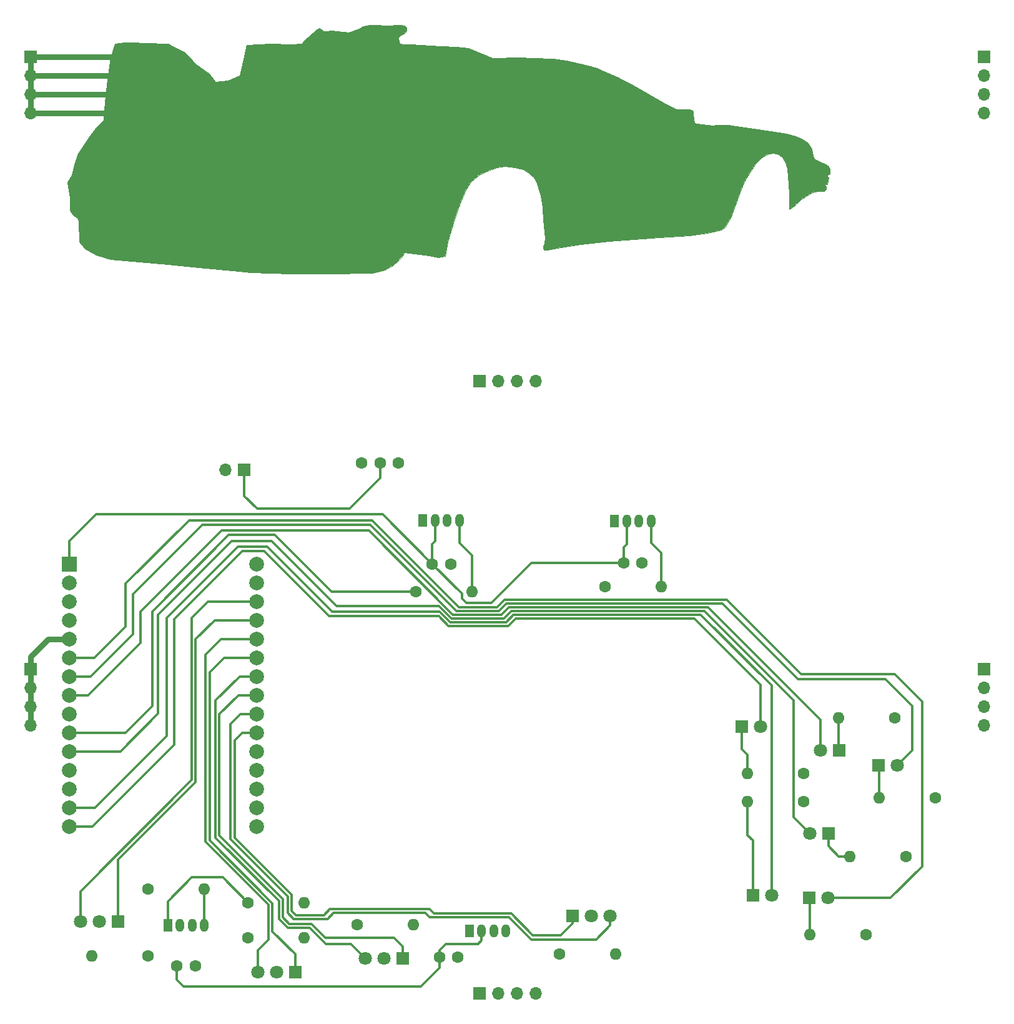
<source format=gtl>
G04 #@! TF.GenerationSoftware,KiCad,Pcbnew,(6.0.11)*
G04 #@! TF.CreationDate,2023-06-05T19:46:25-05:00*
G04 #@! TF.ProjectId,future_badge,66757475-7265-45f6-9261-6467652e6b69,1*
G04 #@! TF.SameCoordinates,Original*
G04 #@! TF.FileFunction,Copper,L1,Top*
G04 #@! TF.FilePolarity,Positive*
%FSLAX46Y46*%
G04 Gerber Fmt 4.6, Leading zero omitted, Abs format (unit mm)*
G04 Created by KiCad (PCBNEW (6.0.11)) date 2023-06-05 19:46:25*
%MOMM*%
%LPD*%
G01*
G04 APERTURE LIST*
G04 #@! TA.AperFunction,EtchedComponent*
%ADD10C,0.120000*%
G04 #@! TD*
G04 #@! TA.AperFunction,ComponentPad*
%ADD11C,1.600000*%
G04 #@! TD*
G04 #@! TA.AperFunction,ComponentPad*
%ADD12R,1.800000X1.800000*%
G04 #@! TD*
G04 #@! TA.AperFunction,ComponentPad*
%ADD13C,1.800000*%
G04 #@! TD*
G04 #@! TA.AperFunction,ComponentPad*
%ADD14R,1.700000X1.700000*%
G04 #@! TD*
G04 #@! TA.AperFunction,ComponentPad*
%ADD15O,1.700000X1.700000*%
G04 #@! TD*
G04 #@! TA.AperFunction,ComponentPad*
%ADD16O,1.600000X1.600000*%
G04 #@! TD*
G04 #@! TA.AperFunction,ComponentPad*
%ADD17R,1.200000X1.800000*%
G04 #@! TD*
G04 #@! TA.AperFunction,ComponentPad*
%ADD18O,1.200000X1.800000*%
G04 #@! TD*
G04 #@! TA.AperFunction,ComponentPad*
%ADD19R,2.000000X2.000000*%
G04 #@! TD*
G04 #@! TA.AperFunction,ComponentPad*
%ADD20C,2.000000*%
G04 #@! TD*
G04 #@! TA.AperFunction,Conductor*
%ADD21C,0.750000*%
G04 #@! TD*
G04 #@! TA.AperFunction,Conductor*
%ADD22C,0.300000*%
G04 #@! TD*
G04 APERTURE END LIST*
G36*
X71692000Y-45746000D02*
G01*
X73622000Y-45696000D01*
X74272000Y-45796000D01*
X74472000Y-46026000D01*
X74452000Y-46446000D01*
X74262000Y-46796000D01*
X73712000Y-47066000D01*
X73392000Y-47376000D01*
X73442000Y-47936000D01*
X73662000Y-48236000D01*
X73972000Y-48306000D01*
X75122000Y-48336000D01*
X79182000Y-48556000D01*
X81302000Y-48686000D01*
X82862000Y-48816000D01*
X84282000Y-49366000D01*
X86172000Y-50166000D01*
X87262000Y-50136000D01*
X88772000Y-50086000D01*
X89742000Y-50086000D01*
X91682000Y-50136000D01*
X94362000Y-50296000D01*
X96192000Y-50526000D01*
X98802000Y-51116000D01*
X100302000Y-51556000D01*
X100862000Y-51776000D01*
X102452000Y-52436000D01*
X103002000Y-52726000D01*
X105332000Y-53936000D01*
X109142000Y-56086000D01*
X111032000Y-57136000D01*
X112792000Y-57106000D01*
X113192000Y-57196000D01*
X113332000Y-57396000D01*
X113392000Y-57776000D01*
X113432000Y-58356000D01*
X113522000Y-58976000D01*
X114482000Y-59156000D01*
X115512000Y-59266000D01*
X115932000Y-59276000D01*
X116662000Y-59266000D01*
X117532000Y-59236000D01*
X118092000Y-59246000D01*
X118582000Y-59276000D01*
X122162000Y-59836000D01*
X126042000Y-60436000D01*
X127222000Y-60746000D01*
X128092000Y-61086000D01*
X128822000Y-61586000D01*
X129262000Y-62186000D01*
X129412000Y-62556000D01*
X129522000Y-62986000D01*
X129592000Y-63416000D01*
X129812000Y-63796000D01*
X130342000Y-64156000D01*
X130992000Y-64406000D01*
X131492000Y-64646000D01*
X131712000Y-64826000D01*
X131882000Y-65266000D01*
X131922000Y-65736000D01*
X131832000Y-65876000D01*
X131752000Y-65916000D01*
X131532000Y-65986000D01*
X131592000Y-66186000D01*
X131702000Y-66346000D01*
X131532000Y-67246000D01*
X131412000Y-67246000D01*
X131192000Y-67306000D01*
X131192000Y-67406000D01*
X131322000Y-67476000D01*
X131422000Y-67586000D01*
X131352000Y-67956000D01*
X131252000Y-68156000D01*
X131022000Y-68196000D01*
X130252000Y-68206000D01*
X129562000Y-68376000D01*
X128652000Y-68866000D01*
X128022000Y-69316000D01*
X127442000Y-69916000D01*
X126812000Y-70416000D01*
X126422000Y-70636000D01*
X126402000Y-69936000D01*
X126362000Y-68446000D01*
X126262000Y-66146000D01*
X126152000Y-65126000D01*
X125902000Y-64306000D01*
X125482000Y-63656000D01*
X124972000Y-63226000D01*
X124292000Y-63076000D01*
X123572000Y-63126000D01*
X122632000Y-63626000D01*
X121782000Y-64496000D01*
X120502000Y-66606000D01*
X119952000Y-67696000D01*
X119312000Y-69596000D01*
X118462000Y-71806000D01*
X117642000Y-73096000D01*
X117142000Y-73436000D01*
X115272000Y-73886000D01*
X112872000Y-74196000D01*
X108812000Y-74486000D01*
X101912000Y-74946000D01*
X98112000Y-75406000D01*
X94902000Y-75926000D01*
X93602000Y-76136000D01*
X93102000Y-76136000D01*
X93042000Y-75886000D01*
X93072000Y-75656000D01*
X93212000Y-75296000D01*
X93272000Y-74566000D01*
X93052000Y-72086000D01*
X92912000Y-70426000D01*
X92712000Y-68766000D01*
X92072000Y-66916000D01*
X91752000Y-66316000D01*
X91072000Y-65736000D01*
X90292000Y-65256000D01*
X89152000Y-65006000D01*
X87852000Y-64846000D01*
X86802000Y-64966000D01*
X85592000Y-65406000D01*
X84342000Y-66026000D01*
X83242000Y-66956000D01*
X82572000Y-68016000D01*
X81742000Y-69836000D01*
X81522000Y-70526000D01*
X80862000Y-72546000D01*
X80112000Y-75036000D01*
X79722000Y-77036000D01*
X78852000Y-77146000D01*
X77502000Y-76916000D01*
X74202000Y-76516000D01*
X73802000Y-77156000D01*
X72652000Y-78266000D01*
X71532000Y-78856000D01*
X69842000Y-79336000D01*
X63802000Y-79376000D01*
X58822000Y-79356000D01*
X53322000Y-79206000D01*
X51842000Y-79056000D01*
X47212000Y-78596000D01*
X42122000Y-78096000D01*
X34372000Y-77406000D01*
X32372000Y-76876000D01*
X30872000Y-75966000D01*
X30102000Y-75096000D01*
X30082000Y-72196000D01*
X29842000Y-71806000D01*
X29242000Y-71386000D01*
X28852000Y-70816000D01*
X28822000Y-69076000D01*
X28522000Y-67056000D01*
X29072000Y-65966000D01*
X29412000Y-64606000D01*
X29932000Y-63116000D01*
X31442000Y-60876000D01*
X32462000Y-59456000D01*
X33462000Y-58566000D01*
X33582000Y-56086000D01*
X33912000Y-53156000D01*
X34372000Y-50156000D01*
X34952000Y-48246000D01*
X36342000Y-48046000D01*
X37372000Y-48056000D01*
X39112000Y-48096000D01*
X42132000Y-48246000D01*
X44412000Y-49416000D01*
X45942000Y-50996000D01*
X47732000Y-52326000D01*
X48562000Y-53376000D01*
X49322000Y-53266000D01*
X50312000Y-53176000D01*
X51912000Y-52556000D01*
X52372000Y-50346000D01*
X52782000Y-48366000D01*
X56122000Y-48216000D01*
X58782000Y-48316000D01*
X60372000Y-48246000D01*
X60502000Y-47886000D01*
X62362000Y-46256000D01*
X62692000Y-46106000D01*
X63242000Y-46556000D01*
X63632000Y-46546000D01*
X64352000Y-46446000D01*
X66742000Y-46676000D01*
X68092000Y-46216000D01*
X68672000Y-45856000D01*
X69512000Y-45706000D01*
X70482000Y-45656000D01*
X71692000Y-45746000D01*
G37*
D10*
X71692000Y-45746000D02*
X73622000Y-45696000D01*
X74272000Y-45796000D01*
X74472000Y-46026000D01*
X74452000Y-46446000D01*
X74262000Y-46796000D01*
X73712000Y-47066000D01*
X73392000Y-47376000D01*
X73442000Y-47936000D01*
X73662000Y-48236000D01*
X73972000Y-48306000D01*
X75122000Y-48336000D01*
X79182000Y-48556000D01*
X81302000Y-48686000D01*
X82862000Y-48816000D01*
X84282000Y-49366000D01*
X86172000Y-50166000D01*
X87262000Y-50136000D01*
X88772000Y-50086000D01*
X89742000Y-50086000D01*
X91682000Y-50136000D01*
X94362000Y-50296000D01*
X96192000Y-50526000D01*
X98802000Y-51116000D01*
X100302000Y-51556000D01*
X100862000Y-51776000D01*
X102452000Y-52436000D01*
X103002000Y-52726000D01*
X105332000Y-53936000D01*
X109142000Y-56086000D01*
X111032000Y-57136000D01*
X112792000Y-57106000D01*
X113192000Y-57196000D01*
X113332000Y-57396000D01*
X113392000Y-57776000D01*
X113432000Y-58356000D01*
X113522000Y-58976000D01*
X114482000Y-59156000D01*
X115512000Y-59266000D01*
X115932000Y-59276000D01*
X116662000Y-59266000D01*
X117532000Y-59236000D01*
X118092000Y-59246000D01*
X118582000Y-59276000D01*
X122162000Y-59836000D01*
X126042000Y-60436000D01*
X127222000Y-60746000D01*
X128092000Y-61086000D01*
X128822000Y-61586000D01*
X129262000Y-62186000D01*
X129412000Y-62556000D01*
X129522000Y-62986000D01*
X129592000Y-63416000D01*
X129812000Y-63796000D01*
X130342000Y-64156000D01*
X130992000Y-64406000D01*
X131492000Y-64646000D01*
X131712000Y-64826000D01*
X131882000Y-65266000D01*
X131922000Y-65736000D01*
X131832000Y-65876000D01*
X131752000Y-65916000D01*
X131532000Y-65986000D01*
X131592000Y-66186000D01*
X131702000Y-66346000D01*
X131532000Y-67246000D01*
X131412000Y-67246000D01*
X131192000Y-67306000D01*
X131192000Y-67406000D01*
X131322000Y-67476000D01*
X131422000Y-67586000D01*
X131352000Y-67956000D01*
X131252000Y-68156000D01*
X131022000Y-68196000D01*
X130252000Y-68206000D01*
X129562000Y-68376000D01*
X128652000Y-68866000D01*
X128022000Y-69316000D01*
X127442000Y-69916000D01*
X126812000Y-70416000D01*
X126422000Y-70636000D01*
X126402000Y-69936000D01*
X126362000Y-68446000D01*
X126262000Y-66146000D01*
X126152000Y-65126000D01*
X125902000Y-64306000D01*
X125482000Y-63656000D01*
X124972000Y-63226000D01*
X124292000Y-63076000D01*
X123572000Y-63126000D01*
X122632000Y-63626000D01*
X121782000Y-64496000D01*
X120502000Y-66606000D01*
X119952000Y-67696000D01*
X119312000Y-69596000D01*
X118462000Y-71806000D01*
X117642000Y-73096000D01*
X117142000Y-73436000D01*
X115272000Y-73886000D01*
X112872000Y-74196000D01*
X108812000Y-74486000D01*
X101912000Y-74946000D01*
X98112000Y-75406000D01*
X94902000Y-75926000D01*
X93602000Y-76136000D01*
X93102000Y-76136000D01*
X93042000Y-75886000D01*
X93072000Y-75656000D01*
X93212000Y-75296000D01*
X93272000Y-74566000D01*
X93052000Y-72086000D01*
X92912000Y-70426000D01*
X92712000Y-68766000D01*
X92072000Y-66916000D01*
X91752000Y-66316000D01*
X91072000Y-65736000D01*
X90292000Y-65256000D01*
X89152000Y-65006000D01*
X87852000Y-64846000D01*
X86802000Y-64966000D01*
X85592000Y-65406000D01*
X84342000Y-66026000D01*
X83242000Y-66956000D01*
X82572000Y-68016000D01*
X81742000Y-69836000D01*
X81522000Y-70526000D01*
X80862000Y-72546000D01*
X80112000Y-75036000D01*
X79722000Y-77036000D01*
X78852000Y-77146000D01*
X77502000Y-76916000D01*
X74202000Y-76516000D01*
X73802000Y-77156000D01*
X72652000Y-78266000D01*
X71532000Y-78856000D01*
X69842000Y-79336000D01*
X63802000Y-79376000D01*
X58822000Y-79356000D01*
X53322000Y-79206000D01*
X51842000Y-79056000D01*
X47212000Y-78596000D01*
X42122000Y-78096000D01*
X34372000Y-77406000D01*
X32372000Y-76876000D01*
X30872000Y-75966000D01*
X30102000Y-75096000D01*
X30082000Y-72196000D01*
X29842000Y-71806000D01*
X29242000Y-71386000D01*
X28852000Y-70816000D01*
X28822000Y-69076000D01*
X28522000Y-67056000D01*
X29072000Y-65966000D01*
X29412000Y-64606000D01*
X29932000Y-63116000D01*
X31442000Y-60876000D01*
X32462000Y-59456000D01*
X33462000Y-58566000D01*
X33582000Y-56086000D01*
X33912000Y-53156000D01*
X34372000Y-50156000D01*
X34952000Y-48246000D01*
X36342000Y-48046000D01*
X37372000Y-48056000D01*
X39112000Y-48096000D01*
X42132000Y-48246000D01*
X44412000Y-49416000D01*
X45942000Y-50996000D01*
X47732000Y-52326000D01*
X48562000Y-53376000D01*
X49322000Y-53266000D01*
X50312000Y-53176000D01*
X51912000Y-52556000D01*
X52372000Y-50346000D01*
X52782000Y-48366000D01*
X56122000Y-48216000D01*
X58782000Y-48316000D01*
X60372000Y-48246000D01*
X60502000Y-47886000D01*
X62362000Y-46256000D01*
X62692000Y-46106000D01*
X63242000Y-46556000D01*
X63632000Y-46546000D01*
X64352000Y-46446000D01*
X66742000Y-46676000D01*
X68092000Y-46216000D01*
X68672000Y-45856000D01*
X69512000Y-45706000D01*
X70482000Y-45656000D01*
X71692000Y-45746000D01*
D11*
X43350000Y-173200000D03*
X45850000Y-173200000D03*
D12*
X131690000Y-155200000D03*
D13*
X129150000Y-155200000D03*
D14*
X84360000Y-176910000D03*
D15*
X86900000Y-176910000D03*
X89440000Y-176910000D03*
X91980000Y-176910000D03*
D11*
X39400000Y-162800000D03*
D16*
X47020000Y-162800000D03*
D14*
X152800000Y-133000000D03*
D15*
X152800000Y-135540000D03*
X152800000Y-138080000D03*
X152800000Y-140620000D03*
D11*
X78000000Y-118750000D03*
X80500000Y-118750000D03*
D14*
X52500000Y-106000000D03*
D15*
X49960000Y-106000000D03*
D12*
X74000000Y-172200000D03*
D13*
X71460000Y-172200000D03*
X68920000Y-172200000D03*
D11*
X136775000Y-168950000D03*
D16*
X129155000Y-168950000D03*
D12*
X121455000Y-163600000D03*
D13*
X123995000Y-163600000D03*
D11*
X128375000Y-147150000D03*
D16*
X120755000Y-147150000D03*
D11*
X95200000Y-171600000D03*
D16*
X102820000Y-171600000D03*
D11*
X128375000Y-150900000D03*
D16*
X120755000Y-150900000D03*
D11*
X39425000Y-171800000D03*
D16*
X31805000Y-171800000D03*
D11*
X140725000Y-139550000D03*
D16*
X133105000Y-139550000D03*
D11*
X52975000Y-169400000D03*
D16*
X60595000Y-169400000D03*
D11*
X67775000Y-167600000D03*
D16*
X75395000Y-167600000D03*
D17*
X83010000Y-168490000D03*
D18*
X84660000Y-168490000D03*
X86310000Y-168490000D03*
X87960000Y-168490000D03*
D11*
X75750000Y-122500000D03*
D16*
X83370000Y-122500000D03*
D11*
X52975000Y-164600000D03*
D16*
X60595000Y-164600000D03*
D17*
X42145000Y-167700000D03*
D18*
X43795000Y-167700000D03*
X45445000Y-167700000D03*
X47095000Y-167700000D03*
D12*
X35400000Y-167200000D03*
D13*
X32860000Y-167200000D03*
X30320000Y-167200000D03*
D19*
X28802500Y-118712500D03*
D20*
X28802500Y-121252500D03*
X28802500Y-123792500D03*
X28802500Y-126332500D03*
X28802500Y-128872500D03*
X28802500Y-131412500D03*
X28802500Y-133952500D03*
X28802500Y-136492500D03*
X28802500Y-139032500D03*
X28802500Y-141572500D03*
X28802500Y-144112500D03*
X28802500Y-146652500D03*
X28802500Y-149192500D03*
X28802500Y-151732500D03*
X28802500Y-154272500D03*
X54202500Y-154272500D03*
X54202500Y-151732500D03*
X54202500Y-149192500D03*
X54202500Y-146652500D03*
X54202500Y-144112500D03*
X54202500Y-141572500D03*
X54202500Y-139032500D03*
X54202500Y-136492500D03*
X54202500Y-133952500D03*
X54202500Y-131412500D03*
X54202500Y-128872500D03*
X54202500Y-126332500D03*
X54202500Y-123792500D03*
X54202500Y-121252500D03*
X54202500Y-118712500D03*
D11*
X78950000Y-172000000D03*
X81450000Y-172000000D03*
X101400000Y-121800000D03*
D16*
X109020000Y-121800000D03*
D12*
X138525000Y-146000000D03*
D13*
X141065000Y-146000000D03*
D12*
X59400000Y-174000000D03*
D13*
X56860000Y-174000000D03*
X54320000Y-174000000D03*
D12*
X129125000Y-164000000D03*
D13*
X131665000Y-164000000D03*
D12*
X119925000Y-140800000D03*
D13*
X122465000Y-140800000D03*
D14*
X23500000Y-133000000D03*
D15*
X23500000Y-135540000D03*
X23500000Y-138080000D03*
X23500000Y-140620000D03*
D11*
X142225000Y-158350000D03*
D16*
X134605000Y-158350000D03*
D12*
X97000000Y-166400000D03*
D13*
X99540000Y-166400000D03*
X102080000Y-166400000D03*
D11*
X68400000Y-105000000D03*
X70900000Y-105000000D03*
X73400000Y-105000000D03*
X103950000Y-118600000D03*
X106450000Y-118600000D03*
D14*
X152800000Y-50000000D03*
D15*
X152800000Y-52540000D03*
X152800000Y-55080000D03*
X152800000Y-57620000D03*
D11*
X146175000Y-150400000D03*
D16*
X138555000Y-150400000D03*
D17*
X76715000Y-112800000D03*
D18*
X78365000Y-112800000D03*
X80015000Y-112800000D03*
X81665000Y-112800000D03*
D12*
X133135000Y-144000000D03*
D13*
X130595000Y-144000000D03*
D17*
X102720000Y-112900080D03*
D18*
X104370000Y-112900080D03*
X106020000Y-112900080D03*
X107670000Y-112900080D03*
D14*
X84360000Y-93910000D03*
D15*
X86900000Y-93910000D03*
X89440000Y-93910000D03*
X91980000Y-93910000D03*
D14*
X23500000Y-50000000D03*
D15*
X23500000Y-52540000D03*
X23500000Y-55080000D03*
X23500000Y-57620000D03*
D21*
X23500000Y-50000000D02*
X23500000Y-52540000D01*
X23500000Y-50000000D02*
X34750000Y-50000000D01*
X23500000Y-55080000D02*
X23500000Y-57620000D01*
X23500000Y-52540000D02*
X23500000Y-55080000D01*
X23500000Y-57620000D02*
X33620000Y-57620000D01*
X23500000Y-52540000D02*
X34210000Y-52540000D01*
X23500000Y-55080000D02*
X34080000Y-55080000D01*
D22*
X54250000Y-111250000D02*
X66750000Y-111250000D01*
X52500000Y-109500000D02*
X54250000Y-111250000D01*
X52500000Y-106000000D02*
X52500000Y-109500000D01*
X70900000Y-107100000D02*
X70900000Y-105000000D01*
X66750000Y-111250000D02*
X70900000Y-107100000D01*
X133105000Y-143970000D02*
X133135000Y-144000000D01*
X133105000Y-139550000D02*
X133105000Y-143970000D01*
X133100000Y-158350000D02*
X131690000Y-156940000D01*
X131690000Y-156940000D02*
X131690000Y-155200000D01*
X134605000Y-158350000D02*
X133100000Y-158350000D01*
X120755000Y-155505000D02*
X121455000Y-156205000D01*
X121455000Y-156205000D02*
X121455000Y-163600000D01*
X120755000Y-150900000D02*
X120755000Y-155505000D01*
X120755000Y-144605000D02*
X119925000Y-143775000D01*
X119925000Y-143775000D02*
X119925000Y-140800000D01*
X120755000Y-147150000D02*
X120755000Y-144605000D01*
X138555000Y-146030000D02*
X138525000Y-146000000D01*
X138555000Y-150400000D02*
X138555000Y-146030000D01*
X129155000Y-164030000D02*
X129125000Y-164000000D01*
X129155000Y-168950000D02*
X129155000Y-164030000D01*
X47095000Y-167700000D02*
X47095000Y-165295000D01*
X47095000Y-165295000D02*
X47020000Y-165220000D01*
X47020000Y-165220000D02*
X47020000Y-162800000D01*
X49575000Y-161200000D02*
X52975000Y-164600000D01*
X45400000Y-161200000D02*
X49575000Y-161200000D01*
X42145000Y-167700000D02*
X42145000Y-164455000D01*
X42145000Y-164455000D02*
X45400000Y-161200000D01*
X56600000Y-114800000D02*
X64300000Y-122500000D01*
X40000000Y-138000000D02*
X40000000Y-125200000D01*
X40000000Y-125200000D02*
X50400000Y-114800000D01*
X50400000Y-114800000D02*
X56600000Y-114800000D01*
X36427500Y-141572500D02*
X40000000Y-138000000D01*
X28802500Y-141572500D02*
X36427500Y-141572500D01*
X64300000Y-122500000D02*
X75750000Y-122500000D01*
X83370000Y-122500000D02*
X83370000Y-117570000D01*
X81665000Y-115865000D02*
X81665000Y-112800000D01*
X83370000Y-117570000D02*
X81665000Y-115865000D01*
X109020000Y-121800000D02*
X109020000Y-117220000D01*
X107670000Y-115870000D02*
X107670000Y-112900080D01*
X109020000Y-117220000D02*
X107670000Y-115870000D01*
X43350000Y-173200000D02*
X43350000Y-175050000D01*
X78950000Y-173450000D02*
X78950000Y-172000000D01*
X71250000Y-112000000D02*
X78000000Y-118750000D01*
X84200000Y-170200000D02*
X84660000Y-169740000D01*
X78950000Y-172000000D02*
X78950000Y-171050000D01*
X82600000Y-124000000D02*
X86000000Y-124000000D01*
X86000000Y-124000000D02*
X91400000Y-118600000D01*
X76400000Y-176000000D02*
X78950000Y-173450000D01*
X79800000Y-170200000D02*
X84200000Y-170200000D01*
X44300000Y-176000000D02*
X76400000Y-176000000D01*
X84660000Y-169740000D02*
X84660000Y-168490000D01*
X78000000Y-116000000D02*
X78365000Y-115635000D01*
X78000000Y-118750000D02*
X82000000Y-122750000D01*
X103950000Y-116450000D02*
X104370000Y-116030000D01*
X78950000Y-171050000D02*
X79800000Y-170200000D01*
X82000000Y-123400000D02*
X82600000Y-124000000D01*
X78000000Y-118750000D02*
X78000000Y-116000000D01*
X43350000Y-175050000D02*
X44300000Y-176000000D01*
X91400000Y-118600000D02*
X103950000Y-118600000D01*
X104370000Y-116030000D02*
X104370000Y-112900080D01*
X28802500Y-118712500D02*
X28802500Y-115597500D01*
X103950000Y-118600000D02*
X103950000Y-116450000D01*
X78365000Y-115635000D02*
X78365000Y-112800000D01*
X32400000Y-112000000D02*
X71250000Y-112000000D01*
X28802500Y-115597500D02*
X32400000Y-112000000D01*
X104250000Y-113020080D02*
X104370000Y-112900080D01*
X82000000Y-122750000D02*
X82000000Y-123400000D01*
X58900000Y-165700000D02*
X58900000Y-163500000D01*
X88700000Y-166100000D02*
X78200000Y-166100000D01*
X95400000Y-169000000D02*
X91600000Y-169000000D01*
X97000000Y-167400000D02*
X95400000Y-169000000D01*
X97000000Y-166400000D02*
X97000000Y-167400000D01*
X64100000Y-165500000D02*
X63300000Y-166300000D01*
X51200000Y-155800000D02*
X51200000Y-142600000D01*
X52227500Y-141572500D02*
X54202500Y-141572500D01*
X63300000Y-166300000D02*
X59500000Y-166300000D01*
X91600000Y-169000000D02*
X88700000Y-166100000D01*
X59500000Y-166300000D02*
X58900000Y-165700000D01*
X58900000Y-163500000D02*
X51200000Y-155800000D01*
X51200000Y-142600000D02*
X52227500Y-141572500D01*
X78200000Y-166100000D02*
X77600000Y-165500000D01*
X77600000Y-165500000D02*
X64100000Y-165500000D01*
X77000000Y-166000000D02*
X64600000Y-166000000D01*
X64600000Y-166000000D02*
X63800000Y-166800000D01*
X50600000Y-140400000D02*
X51967500Y-139032500D01*
X102080000Y-167720000D02*
X100200000Y-169600000D01*
X51967500Y-139032500D02*
X54202500Y-139032500D01*
X50600000Y-156000000D02*
X50600000Y-140400000D01*
X77600000Y-166600000D02*
X77000000Y-166000000D01*
X58400000Y-163800000D02*
X50600000Y-156000000D01*
X91400000Y-169600000D02*
X88400000Y-166600000D01*
X102080000Y-166400000D02*
X102080000Y-167720000D01*
X58400000Y-166000000D02*
X58400000Y-163800000D01*
X88400000Y-166600000D02*
X77600000Y-166600000D01*
X100200000Y-169600000D02*
X91400000Y-169600000D01*
X63800000Y-166800000D02*
X59200000Y-166800000D01*
X59200000Y-166800000D02*
X58400000Y-166000000D01*
X35400000Y-167200000D02*
X35400000Y-158800000D01*
X35400000Y-158800000D02*
X45900000Y-148300000D01*
X45900000Y-128900000D02*
X48467500Y-126332500D01*
X45900000Y-148300000D02*
X45900000Y-128900000D01*
X48467500Y-126332500D02*
X54202500Y-126332500D01*
X30320000Y-167200000D02*
X30320000Y-163080000D01*
X45400000Y-148000000D02*
X45400000Y-126000000D01*
X47607500Y-123792500D02*
X54202500Y-123792500D01*
X30320000Y-163080000D02*
X45400000Y-148000000D01*
X45400000Y-126000000D02*
X47607500Y-123792500D01*
X49787500Y-131412500D02*
X54202500Y-131412500D01*
X59400000Y-174000000D02*
X59400000Y-171600000D01*
X47800000Y-133400000D02*
X49787500Y-131412500D01*
X56300000Y-164700000D02*
X47800000Y-156200000D01*
X56300000Y-168500000D02*
X56300000Y-164700000D01*
X59400000Y-171600000D02*
X56300000Y-168500000D01*
X47800000Y-156200000D02*
X47800000Y-133400000D01*
X55800000Y-169600000D02*
X55800000Y-164907106D01*
X55800000Y-164907106D02*
X47200000Y-156307106D01*
X47200000Y-131000000D02*
X49327500Y-128872500D01*
X54320000Y-171080000D02*
X55800000Y-169600000D01*
X54320000Y-174000000D02*
X54320000Y-171080000D01*
X47200000Y-156307106D02*
X47200000Y-131000000D01*
X49327500Y-128872500D02*
X54202500Y-128872500D01*
X74000000Y-170600000D02*
X72800000Y-169400000D01*
X58607106Y-167500000D02*
X57700000Y-166592894D01*
X61607106Y-167500000D02*
X58607106Y-167500000D01*
X57700000Y-166592894D02*
X57700000Y-164100000D01*
X49100000Y-155500000D02*
X49100000Y-139100000D01*
X74000000Y-172200000D02*
X74000000Y-170600000D01*
X49100000Y-139100000D02*
X51707500Y-136492500D01*
X57700000Y-164100000D02*
X49100000Y-155500000D01*
X63507106Y-169400000D02*
X61607106Y-167500000D01*
X51707500Y-136492500D02*
X54202500Y-136492500D01*
X72800000Y-169400000D02*
X63507106Y-169400000D01*
X48600000Y-155800000D02*
X48600000Y-137200000D01*
X57200000Y-166800000D02*
X57200000Y-164400000D01*
X66920000Y-170200000D02*
X63600000Y-170200000D01*
X57200000Y-164400000D02*
X48600000Y-155800000D01*
X68920000Y-172200000D02*
X66920000Y-170200000D01*
X58400000Y-168000000D02*
X57200000Y-166800000D01*
X61400000Y-168000000D02*
X58400000Y-168000000D01*
X51847500Y-133952500D02*
X54202500Y-133952500D01*
X63600000Y-170200000D02*
X61400000Y-168000000D01*
X48600000Y-137200000D02*
X51847500Y-133952500D01*
X43000000Y-143200000D02*
X43000000Y-126200000D01*
X52200000Y-117000000D02*
X55200000Y-117000000D01*
X113500000Y-126100000D02*
X122465000Y-135065000D01*
X64000000Y-125800000D02*
X78878682Y-125800000D01*
X80178682Y-127100000D02*
X88300000Y-127100000D01*
X31927500Y-154272500D02*
X43000000Y-143200000D01*
X28802500Y-154272500D02*
X31927500Y-154272500D01*
X89300000Y-126100000D02*
X113500000Y-126100000D01*
X78878682Y-125800000D02*
X80178682Y-127100000D01*
X55200000Y-117000000D02*
X64000000Y-125800000D01*
X88300000Y-127100000D02*
X89300000Y-126100000D01*
X43000000Y-126200000D02*
X52200000Y-117000000D01*
X122465000Y-135065000D02*
X122465000Y-140800000D01*
X88000000Y-126600000D02*
X89000000Y-125600000D01*
X114400000Y-125600000D02*
X124000000Y-135200000D01*
X55600000Y-116400000D02*
X64400000Y-125200000D01*
X42000000Y-126000000D02*
X51600000Y-116400000D01*
X78985788Y-125200000D02*
X80385788Y-126600000D01*
X123995000Y-135205000D02*
X123995000Y-163600000D01*
X124000000Y-135200000D02*
X123995000Y-135205000D01*
X28802500Y-151732500D02*
X32267500Y-151732500D01*
X64400000Y-125200000D02*
X78985788Y-125200000D01*
X80385788Y-126600000D02*
X88000000Y-126600000D01*
X51600000Y-116400000D02*
X55600000Y-116400000D01*
X32267500Y-151732500D02*
X42000000Y-142000000D01*
X42000000Y-142000000D02*
X42000000Y-126000000D01*
X89000000Y-125600000D02*
X114400000Y-125600000D01*
X56200000Y-115600000D02*
X65000000Y-124400000D01*
X88700000Y-125100000D02*
X114900000Y-125100000D01*
X80592894Y-126100000D02*
X87700000Y-126100000D01*
X127000000Y-153050000D02*
X129150000Y-155200000D01*
X127000000Y-137200000D02*
X127000000Y-153050000D01*
X35687500Y-144112500D02*
X40800000Y-139000000D01*
X87700000Y-126100000D02*
X88700000Y-125100000D01*
X28802500Y-144112500D02*
X35687500Y-144112500D01*
X40800000Y-139000000D02*
X40800000Y-125600000D01*
X65000000Y-124400000D02*
X78892894Y-124400000D01*
X78892894Y-124400000D02*
X80592894Y-126100000D01*
X114900000Y-125100000D02*
X127000000Y-137200000D01*
X50800000Y-115600000D02*
X56200000Y-115600000D01*
X40800000Y-125600000D02*
X50800000Y-115600000D01*
X69400000Y-114200000D02*
X80800000Y-125600000D01*
X38400000Y-129400000D02*
X38400000Y-125200000D01*
X130595000Y-139795000D02*
X130595000Y-144000000D01*
X80800000Y-125600000D02*
X87400000Y-125600000D01*
X88400000Y-124600000D02*
X115400000Y-124600000D01*
X115400000Y-124600000D02*
X130595000Y-139795000D01*
X31307500Y-136492500D02*
X38400000Y-129400000D01*
X38400000Y-125200000D02*
X49400000Y-114200000D01*
X49400000Y-114200000D02*
X69400000Y-114200000D01*
X28802500Y-136492500D02*
X31307500Y-136492500D01*
X87400000Y-125600000D02*
X88400000Y-124600000D01*
X37400000Y-128200000D02*
X37400000Y-122800000D01*
X37400000Y-122800000D02*
X46800000Y-113400000D01*
X87007106Y-125100000D02*
X88007106Y-124100000D01*
X46800000Y-113400000D02*
X69600000Y-113400000D01*
X127600000Y-134350000D02*
X139400000Y-134350000D01*
X28802500Y-133952500D02*
X31647500Y-133952500D01*
X143050000Y-144015000D02*
X141065000Y-146000000D01*
X88007106Y-124100000D02*
X117350000Y-124100000D01*
X139400000Y-134350000D02*
X143050000Y-138000000D01*
X31647500Y-133952500D02*
X37400000Y-128200000D01*
X81300000Y-125100000D02*
X87007106Y-125100000D01*
X143050000Y-138000000D02*
X143050000Y-144015000D01*
X69600000Y-113400000D02*
X81300000Y-125100000D01*
X117350000Y-124100000D02*
X127600000Y-134350000D01*
X81600000Y-124600000D02*
X86800000Y-124600000D01*
X28802500Y-131412500D02*
X32187500Y-131412500D01*
X87800000Y-123600000D02*
X117950000Y-123600000D01*
X128000000Y-133650000D02*
X140700000Y-133650000D01*
X32187500Y-131412500D02*
X36400000Y-127200000D01*
X86800000Y-124600000D02*
X87800000Y-123600000D01*
X36400000Y-121400000D02*
X45000000Y-112800000D01*
X117950000Y-123600000D02*
X128000000Y-133650000D01*
X36400000Y-127200000D02*
X36400000Y-121400000D01*
X144450000Y-159700000D02*
X140150000Y-164000000D01*
X69800000Y-112800000D02*
X81600000Y-124600000D01*
X45000000Y-112800000D02*
X69800000Y-112800000D01*
X144450000Y-137400000D02*
X144450000Y-159700000D01*
X140700000Y-133650000D02*
X144450000Y-137400000D01*
X140150000Y-164000000D02*
X131665000Y-164000000D01*
D21*
X23500000Y-133000000D02*
X23500000Y-135540000D01*
X25877500Y-128872500D02*
X23500000Y-131250000D01*
X23500000Y-138080000D02*
X23500000Y-140620000D01*
X23500000Y-135540000D02*
X23500000Y-138080000D01*
X23500000Y-131250000D02*
X23500000Y-133000000D01*
X28802500Y-128872500D02*
X25877500Y-128872500D01*
M02*

</source>
